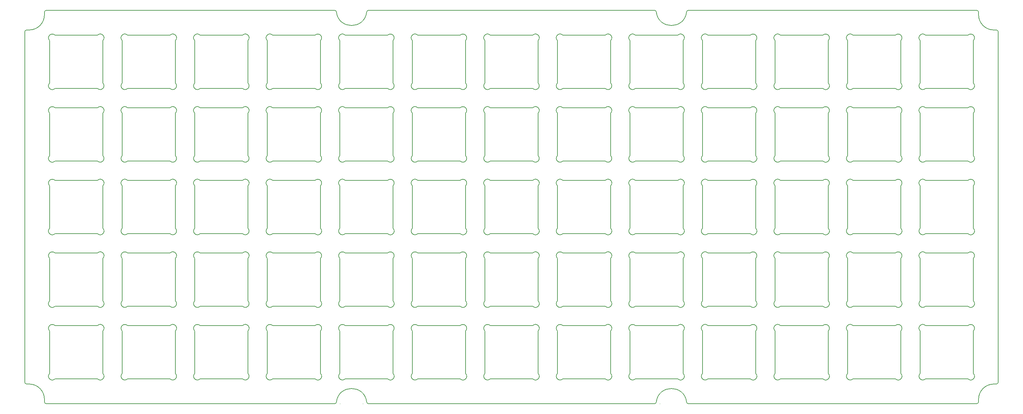
<source format=gbr>
%TF.GenerationSoftware,KiCad,Pcbnew,5.1.9+dfsg1-1*%
%TF.CreationDate,2021-12-19T01:05:17+01:00*%
%TF.ProjectId,okey65-top-plate,6f6b6579-3635-42d7-946f-702d706c6174,rev?*%
%TF.SameCoordinates,Original*%
%TF.FileFunction,Profile,NP*%
%FSLAX46Y46*%
G04 Gerber Fmt 4.6, Leading zero omitted, Abs format (unit mm)*
G04 Created by KiCad (PCBNEW 5.1.9+dfsg1-1) date 2021-12-19 01:05:17*
%MOMM*%
%LPD*%
G01*
G04 APERTURE LIST*
%TA.AperFunction,Profile*%
%ADD10C,0.200000*%
%TD*%
G04 APERTURE END LIST*
D10*
X236431893Y-134560679D02*
G75*
G02*
X235017679Y-135974893I-707107J-707107D01*
G01*
X122131893Y-104339107D02*
X122131893Y-115510679D01*
X108131893Y-134560679D02*
X108131893Y-123389106D01*
X127181893Y-85289107D02*
G75*
G02*
X128596107Y-83874893I707107J707107D01*
G01*
X90496107Y-155024893D02*
X101667680Y-155024893D01*
X127181893Y-123389105D02*
G75*
G02*
X128596107Y-121974893I707107J707106D01*
G01*
X185746106Y-83874893D02*
X196917679Y-83874893D01*
X44517680Y-64824893D02*
X33346107Y-64824893D01*
X44517681Y-64824893D02*
G75*
G02*
X45931893Y-66239107I707106J-707107D01*
G01*
X64981894Y-134560679D02*
G75*
G02*
X63567680Y-135974893I-707107J-707107D01*
G01*
X236431893Y-115510679D02*
G75*
G02*
X235017679Y-116924893I-707107J-707107D01*
G01*
X217381893Y-85289107D02*
X217381893Y-96460680D01*
X33346107Y-116924893D02*
G75*
G02*
X31931893Y-115510679I-707107J707107D01*
G01*
X160231893Y-134560679D02*
G75*
G02*
X158817679Y-135974893I-707107J-707107D01*
G01*
X255481893Y-85289107D02*
X255481893Y-96460680D01*
X255481893Y-96460681D02*
G75*
G02*
X254067679Y-97874893I-707107J-707106D01*
G01*
X158817679Y-135974893D02*
X147646107Y-135974893D01*
X222431892Y-123389106D02*
G75*
G02*
X223846106Y-121974892I707107J707107D01*
G01*
X215967679Y-141024893D02*
X204796106Y-141024893D01*
X141181893Y-134560679D02*
X141181893Y-123389106D01*
X127181893Y-123389106D02*
X127181893Y-134560679D01*
X84031893Y-123389106D02*
X84031893Y-134560679D01*
X274531893Y-153610679D02*
X274531893Y-142439106D01*
X50981893Y-85289107D02*
G75*
G02*
X52396107Y-83874893I707107J707107D01*
G01*
X203381893Y-66239107D02*
X203381893Y-77410680D01*
X203381892Y-66239107D02*
G75*
G02*
X204796106Y-64824893I707107J707107D01*
G01*
X127181893Y-115510679D02*
X127181893Y-104339107D01*
X241481893Y-134560679D02*
X241481893Y-123389106D01*
X71446107Y-155024893D02*
G75*
G02*
X70031893Y-153610679I-707107J707107D01*
G01*
X128596107Y-155024893D02*
G75*
G02*
X127181893Y-153610679I-707107J707107D01*
G01*
X165281892Y-123389105D02*
G75*
G02*
X166696106Y-121974893I707107J707106D01*
G01*
X31931893Y-96460680D02*
X31931893Y-85289107D01*
X109546107Y-78824893D02*
X120717680Y-78824893D01*
X90496107Y-78824894D02*
G75*
G02*
X89081893Y-77410680I-707107J707107D01*
G01*
X235017679Y-97874893D02*
X223846106Y-97874893D01*
X235017679Y-141024892D02*
G75*
G02*
X236431893Y-142439106I707107J-707107D01*
G01*
X260531893Y-66239107D02*
X260531893Y-77410680D01*
X260531892Y-66239107D02*
G75*
G02*
X261946106Y-64824893I707107J707107D01*
G01*
X31931893Y-142439106D02*
X31931893Y-153610679D01*
X242896106Y-78824893D02*
X254067679Y-78824893D01*
X223846105Y-78824894D02*
G75*
G02*
X222431893Y-77410680I-707106J707107D01*
G01*
X184331892Y-104339107D02*
G75*
G02*
X185746106Y-102924893I707107J707107D01*
G01*
X255481893Y-134560679D02*
G75*
G02*
X254067679Y-135974893I-707107J-707107D01*
G01*
X273117679Y-121974892D02*
G75*
G02*
X274531893Y-123389106I707107J-707107D01*
G01*
X165281893Y-85289107D02*
X165281893Y-96460680D01*
X215967679Y-102924893D02*
G75*
G02*
X217381893Y-104339107I707107J-707107D01*
G01*
X254067679Y-102924893D02*
G75*
G02*
X255481893Y-104339107I707107J-707107D01*
G01*
X196917679Y-116924893D02*
X185746106Y-116924893D01*
X204796106Y-78824893D02*
X215967679Y-78824893D01*
X185746105Y-78824894D02*
G75*
G02*
X184331893Y-77410680I-707106J707107D01*
G01*
X101667680Y-135974893D02*
X90496107Y-135974893D01*
X222431893Y-142439106D02*
X222431893Y-153610679D01*
X31931893Y-66239107D02*
X31931893Y-77410680D01*
X31931893Y-66239107D02*
G75*
G02*
X33346107Y-64824893I707107J707107D01*
G01*
X160231893Y-142439106D02*
X160231893Y-153610679D01*
X158817679Y-78824893D02*
X147646107Y-78824893D01*
X139767681Y-64824893D02*
G75*
G02*
X141181893Y-66239107I707106J-707107D01*
G01*
X255481893Y-77410680D02*
X255481893Y-66239107D01*
X255481893Y-77410681D02*
G75*
G02*
X254067679Y-78824893I-707107J-707106D01*
G01*
X139767681Y-83874893D02*
G75*
G02*
X141181893Y-85289107I707106J-707107D01*
G01*
X64981893Y-85289107D02*
X64981893Y-96460680D01*
X147646107Y-83874893D02*
X158817679Y-83874893D01*
X166696106Y-97874893D02*
X177867679Y-97874893D01*
X82617681Y-141024892D02*
G75*
G02*
X84031893Y-142439106I707106J-707107D01*
G01*
X44517681Y-102924893D02*
G75*
G02*
X45931893Y-104339107I707106J-707107D01*
G01*
X204796106Y-121974893D02*
X215967679Y-121974893D01*
X185746105Y-97874894D02*
G75*
G02*
X184331893Y-96460680I-707106J707107D01*
G01*
X71446107Y-116924893D02*
G75*
G02*
X70031893Y-115510679I-707107J707107D01*
G01*
X106759759Y-58299893D02*
G75*
G02*
X107256662Y-58744338I-1J-500000D01*
G01*
X31078466Y-58299893D02*
X106759758Y-58299893D01*
X191256661Y-161105449D02*
G75*
G02*
X190759757Y-161549893I-496904J55556D01*
G01*
X191256660Y-161105449D02*
G75*
G02*
X199207124Y-161105448I3975232J-444444D01*
G01*
X50981893Y-123389105D02*
G75*
G02*
X52396107Y-121974893I707107J707106D01*
G01*
X33346107Y-121974893D02*
X44517680Y-121974893D01*
X177867679Y-102924893D02*
G75*
G02*
X179281893Y-104339107I707107J-707107D01*
G01*
X52396107Y-78824893D02*
X63567680Y-78824893D01*
X33346107Y-78824894D02*
G75*
G02*
X31931893Y-77410680I-707107J707107D01*
G01*
X166696106Y-141024893D02*
X177867679Y-141024893D01*
X236431893Y-153610679D02*
G75*
G02*
X235017679Y-155024893I-707107J-707107D01*
G01*
X101667680Y-102924893D02*
X90496107Y-102924893D01*
X166696106Y-64824893D02*
X177867679Y-64824893D01*
X166696105Y-78824894D02*
G75*
G02*
X165281893Y-77410680I-707106J707107D01*
G01*
X223846105Y-116924893D02*
G75*
G02*
X222431893Y-115510679I-707106J707107D01*
G01*
X127181893Y-85289107D02*
X127181893Y-96460680D01*
X166696106Y-102924893D02*
X177867679Y-102924893D01*
X165281893Y-153610679D02*
X165281893Y-142439106D01*
X122131894Y-134560679D02*
G75*
G02*
X120717680Y-135974893I-707107J-707107D01*
G01*
X235017679Y-102924893D02*
X223846106Y-102924893D01*
X217381893Y-153610679D02*
G75*
G02*
X215967679Y-155024893I-707107J-707107D01*
G01*
X71446107Y-116924893D02*
X82617680Y-116924893D01*
X103081894Y-96460681D02*
G75*
G02*
X101667680Y-97874893I-707107J-707106D01*
G01*
X33346107Y-135974893D02*
G75*
G02*
X31931893Y-134560679I-707107J707107D01*
G01*
X33346107Y-116924893D02*
X44517680Y-116924893D01*
X122131893Y-77410680D02*
X122131893Y-66239107D01*
X122131894Y-77410681D02*
G75*
G02*
X120717680Y-78824893I-707107J-707106D01*
G01*
X108131893Y-96460680D02*
X108131893Y-85289107D01*
X203381893Y-104339107D02*
X203381893Y-115510679D01*
X260531892Y-142439105D02*
G75*
G02*
X261946106Y-141024893I707107J707106D01*
G01*
X242896106Y-83874893D02*
X254067679Y-83874893D01*
X242896105Y-97874894D02*
G75*
G02*
X241481893Y-96460680I-707106J707107D01*
G01*
X84031894Y-96460680D02*
G75*
G02*
X82617680Y-97874894I-707107J-707107D01*
G01*
X128596107Y-135974893D02*
X139767680Y-135974893D01*
X215967679Y-97874893D02*
X204796106Y-97874893D01*
X103081893Y-123389106D02*
X103081893Y-134560679D01*
X63567680Y-141024893D02*
X52396107Y-141024893D01*
X128596107Y-116924893D02*
G75*
G02*
X127181893Y-115510679I-707107J707107D01*
G01*
X273117679Y-102924893D02*
G75*
G02*
X274531893Y-104339107I707107J-707107D01*
G01*
X33346107Y-78824893D02*
X44517680Y-78824893D01*
X273117679Y-83874893D02*
G75*
G02*
X274531893Y-85289107I707107J-707107D01*
G01*
X241481892Y-142439105D02*
G75*
G02*
X242896106Y-141024893I707107J707106D01*
G01*
X31078466Y-161549893D02*
G75*
G02*
X30578466Y-161049893I0J500000D01*
G01*
X106759758Y-161549893D02*
X31078466Y-161549893D01*
X127181893Y-104339107D02*
G75*
G02*
X128596107Y-102924893I707107J707107D01*
G01*
X52396107Y-135974893D02*
G75*
G02*
X50981893Y-134560679I-707107J707107D01*
G01*
X31931893Y-134560679D02*
X31931893Y-123389106D01*
X122131894Y-153610679D02*
G75*
G02*
X120717680Y-155024893I-707107J-707107D01*
G01*
X45931894Y-134560679D02*
G75*
G02*
X44517680Y-135974893I-707107J-707107D01*
G01*
X71446107Y-155024893D02*
X82617680Y-155024893D01*
X179281893Y-96460681D02*
G75*
G02*
X177867679Y-97874893I-707107J-707106D01*
G01*
X90496107Y-83874893D02*
X101667680Y-83874893D01*
X108131893Y-85289107D02*
G75*
G02*
X109546107Y-83874893I707107J707107D01*
G01*
X70031893Y-96460680D02*
X70031893Y-85289107D01*
X45931894Y-96460681D02*
G75*
G02*
X44517680Y-97874893I-707107J-707106D01*
G01*
X64981893Y-115510679D02*
X64981893Y-104339107D01*
X146231893Y-77410680D02*
X146231893Y-66239107D01*
X146231893Y-66239107D02*
G75*
G02*
X147646107Y-64824893I707107J707107D01*
G01*
X236431893Y-123389106D02*
X236431893Y-134560679D01*
X215967679Y-121974892D02*
G75*
G02*
X217381893Y-123389106I707107J-707107D01*
G01*
X204796105Y-155024893D02*
G75*
G02*
X203381893Y-153610679I-707106J707107D01*
G01*
X101667681Y-102924893D02*
G75*
G02*
X103081893Y-104339107I707106J-707107D01*
G01*
X101667680Y-64824893D02*
X90496107Y-64824893D01*
X101667681Y-64824893D02*
G75*
G02*
X103081893Y-66239107I707106J-707107D01*
G01*
X44517680Y-135974893D02*
X33346107Y-135974893D01*
X273117679Y-64824893D02*
X261946106Y-64824893D01*
X273117679Y-64824893D02*
G75*
G02*
X274531893Y-66239107I707107J-707107D01*
G01*
X198331893Y-153610679D02*
X198331893Y-142439106D01*
X260531893Y-104339107D02*
X260531893Y-115510679D01*
X44517680Y-97874893D02*
X33346107Y-97874893D01*
X275385320Y-58299893D02*
G75*
G02*
X275885320Y-58799893I0J-500000D01*
G01*
X199704028Y-58299893D02*
X275385320Y-58299893D01*
X196917679Y-135974893D02*
X185746106Y-135974893D01*
X215967679Y-141024892D02*
G75*
G02*
X217381893Y-142439106I707107J-707107D01*
G01*
X241481893Y-66239107D02*
X241481893Y-77410680D01*
X241481892Y-66239107D02*
G75*
G02*
X242896106Y-64824893I707107J707107D01*
G01*
X139767680Y-155024893D02*
X128596107Y-155024893D01*
X147646107Y-64824893D02*
X158817679Y-64824893D01*
X147646107Y-78824894D02*
G75*
G02*
X146231893Y-77410680I-707107J707107D01*
G01*
X166696105Y-97874894D02*
G75*
G02*
X165281893Y-96460680I-707106J707107D01*
G01*
X33346107Y-155024893D02*
X44517680Y-155024893D01*
X273117679Y-135974893D02*
X261946106Y-135974893D01*
X198331893Y-85289107D02*
X198331893Y-96460680D01*
X185746105Y-116924893D02*
G75*
G02*
X184331893Y-115510679I-707106J707107D01*
G01*
X146231893Y-142439105D02*
G75*
G02*
X147646107Y-141024893I707107J707106D01*
G01*
X146231893Y-85289107D02*
G75*
G02*
X147646107Y-83874893I707107J707107D01*
G01*
X103081893Y-85289107D02*
X103081893Y-96460680D01*
X63567681Y-121974892D02*
G75*
G02*
X64981893Y-123389106I707106J-707107D01*
G01*
X70031893Y-142439106D02*
X70031893Y-153610679D01*
X165281892Y-142439105D02*
G75*
G02*
X166696106Y-141024893I707107J707106D01*
G01*
X185746106Y-155024893D02*
X196917679Y-155024893D01*
X166696105Y-135974893D02*
G75*
G02*
X165281893Y-134560679I-707106J707107D01*
G01*
X71446107Y-78824893D02*
X82617680Y-78824893D01*
X52396107Y-78824894D02*
G75*
G02*
X50981893Y-77410680I-707107J707107D01*
G01*
X63567680Y-102924893D02*
X52396107Y-102924893D01*
X177867679Y-78824893D02*
X166696106Y-78824893D01*
X158817679Y-64824893D02*
G75*
G02*
X160231893Y-66239107I707107J-707107D01*
G01*
X128596107Y-135974893D02*
G75*
G02*
X127181893Y-134560679I-707107J707107D01*
G01*
X89081893Y-104339107D02*
G75*
G02*
X90496107Y-102924893I707107J707107D01*
G01*
X25406893Y-63971466D02*
G75*
G02*
X25906893Y-63471466I500000J0D01*
G01*
X25406893Y-155878320D02*
X25406893Y-63971466D01*
X128596107Y-97874893D02*
X139767680Y-97874893D01*
X223846106Y-83874893D02*
X235017679Y-83874893D01*
X223846105Y-97874894D02*
G75*
G02*
X222431893Y-96460680I-707106J707107D01*
G01*
X128596107Y-64824893D02*
X139767680Y-64824893D01*
X128596107Y-78824894D02*
G75*
G02*
X127181893Y-77410680I-707107J707107D01*
G01*
X52396107Y-155024893D02*
X63567680Y-155024893D01*
X52396107Y-83874893D02*
X63567680Y-83874893D01*
X166696106Y-135974893D02*
X177867679Y-135974893D01*
X198331893Y-134560679D02*
G75*
G02*
X196917679Y-135974893I-707107J-707107D01*
G01*
X223846106Y-121974893D02*
X235017679Y-121974893D01*
X71446107Y-97874894D02*
G75*
G02*
X70031893Y-96460680I-707107J707107D01*
G01*
X185746105Y-135974893D02*
G75*
G02*
X184331893Y-134560679I-707106J707107D01*
G01*
X127181893Y-153610679D02*
X127181893Y-142439106D01*
X160231893Y-96460681D02*
G75*
G02*
X158817679Y-97874893I-707107J-707106D01*
G01*
X82617681Y-83874893D02*
G75*
G02*
X84031893Y-85289107I707106J-707107D01*
G01*
X45931893Y-77410680D02*
X45931893Y-66239107D01*
X45931894Y-77410681D02*
G75*
G02*
X44517680Y-78824893I-707107J-707106D01*
G01*
X275885320Y-161049893D02*
G75*
G02*
X275385320Y-161549893I-500000J0D01*
G01*
X275885320Y-160378320D02*
X275885320Y-161049893D01*
X108131893Y-123389105D02*
G75*
G02*
X109546107Y-121974893I707107J707106D01*
G01*
X89081893Y-142439105D02*
G75*
G02*
X90496107Y-141024893I707107J707106D01*
G01*
X90496107Y-135974893D02*
G75*
G02*
X89081893Y-134560679I-707107J707107D01*
G01*
X160231893Y-115510679D02*
G75*
G02*
X158817679Y-116924893I-707107J-707107D01*
G01*
X30578466Y-59471466D02*
G75*
G02*
X26578466Y-63471466I-4000000J0D01*
G01*
X25906893Y-63471466D02*
X26578466Y-63471466D01*
X70031893Y-85289107D02*
G75*
G02*
X71446107Y-83874893I707107J707107D01*
G01*
X242896106Y-155024893D02*
X254067679Y-155024893D01*
X146231893Y-115510679D02*
X146231893Y-104339107D01*
X158817679Y-116924893D02*
X147646107Y-116924893D01*
X184331892Y-123389105D02*
G75*
G02*
X185746106Y-121974893I707107J707106D01*
G01*
X179281893Y-134560679D02*
X179281893Y-123389106D01*
X184331893Y-115510679D02*
X184331893Y-104339107D01*
X82617680Y-97874893D02*
X71446107Y-97874893D01*
X122131893Y-123389106D02*
X122131893Y-134560679D01*
X235017679Y-121974892D02*
G75*
G02*
X236431893Y-123389106I707107J-707107D01*
G01*
X90496107Y-155024893D02*
G75*
G02*
X89081893Y-153610679I-707107J707107D01*
G01*
X274531893Y-85289107D02*
X274531893Y-96460680D01*
X274531893Y-96460680D02*
G75*
G02*
X273117679Y-97874894I-707107J-707107D01*
G01*
X222431892Y-142439105D02*
G75*
G02*
X223846106Y-141024893I707107J707106D01*
G01*
X236431893Y-85289107D02*
X236431893Y-96460680D01*
X236431893Y-96460681D02*
G75*
G02*
X235017679Y-97874893I-707107J-707106D01*
G01*
X192231892Y-161549893D02*
X192231892Y-161549893D01*
X115207124Y-58744337D02*
G75*
G02*
X107256662Y-58744338I-3975231J444444D01*
G01*
X139767680Y-116924893D02*
X128596107Y-116924893D01*
X63567681Y-102924893D02*
G75*
G02*
X64981893Y-104339107I707106J-707107D01*
G01*
X235017679Y-141024893D02*
X223846106Y-141024893D01*
X147646107Y-141024893D02*
X158817679Y-141024893D01*
X103081894Y-153610679D02*
G75*
G02*
X101667680Y-155024893I-707107J-707107D01*
G01*
X198331893Y-77410680D02*
X198331893Y-66239107D01*
X198331893Y-77410681D02*
G75*
G02*
X196917679Y-78824893I-707107J-707106D01*
G01*
X184331893Y-66239107D02*
X184331893Y-77410680D01*
X184331892Y-66239107D02*
G75*
G02*
X185746106Y-64824893I707107J707107D01*
G01*
X139767681Y-121974892D02*
G75*
G02*
X141181893Y-123389106I707106J-707107D01*
G01*
X274531893Y-134560679D02*
G75*
G02*
X273117679Y-135974893I-707107J-707107D01*
G01*
X89081893Y-66239107D02*
X89081893Y-77410680D01*
X89081893Y-66239107D02*
G75*
G02*
X90496107Y-64824893I707107J707107D01*
G01*
X260531893Y-96460680D02*
X260531893Y-85289107D01*
X260531892Y-85289107D02*
G75*
G02*
X261946106Y-83874893I707107J707107D01*
G01*
X179281893Y-104339107D02*
X179281893Y-115510679D01*
X109546107Y-116924893D02*
G75*
G02*
X108131893Y-115510679I-707107J707107D01*
G01*
X198331893Y-153610679D02*
G75*
G02*
X196917679Y-155024893I-707107J-707107D01*
G01*
X141181893Y-66239107D02*
X141181893Y-77410680D01*
X141181894Y-77410681D02*
G75*
G02*
X139767680Y-78824893I-707107J-707106D01*
G01*
X274531893Y-115510679D02*
G75*
G02*
X273117679Y-116924893I-707107J-707107D01*
G01*
X261946106Y-83874893D02*
X273117679Y-83874893D01*
X261946105Y-97874894D02*
G75*
G02*
X260531893Y-96460680I-707106J707107D01*
G01*
X255481893Y-115510679D02*
X255481893Y-104339107D01*
X254067679Y-141024893D02*
X242896106Y-141024893D01*
X204796105Y-97874894D02*
G75*
G02*
X203381893Y-96460680I-707106J707107D01*
G01*
X242896106Y-116924893D02*
X254067679Y-116924893D01*
X50981893Y-134560679D02*
X50981893Y-123389106D01*
X120717681Y-83874893D02*
G75*
G02*
X122131893Y-85289107I707106J-707107D01*
G01*
X242896105Y-155024893D02*
G75*
G02*
X241481893Y-153610679I-707106J707107D01*
G01*
X165281892Y-85289107D02*
G75*
G02*
X166696106Y-83874893I707107J707107D01*
G01*
X64981894Y-153610679D02*
G75*
G02*
X63567680Y-155024893I-707107J-707107D01*
G01*
X84031893Y-85289107D02*
X84031893Y-96460680D01*
X184331893Y-96460680D02*
X184331893Y-85289107D01*
X52396107Y-97874894D02*
G75*
G02*
X50981893Y-96460680I-707107J707107D01*
G01*
X70031893Y-104339107D02*
X70031893Y-115510679D01*
X273117679Y-141024892D02*
G75*
G02*
X274531893Y-142439106I707107J-707107D01*
G01*
X260531892Y-123389105D02*
G75*
G02*
X261946106Y-121974893I707107J707106D01*
G01*
X185746106Y-78824893D02*
X196917679Y-78824893D01*
X177867679Y-64824893D02*
G75*
G02*
X179281893Y-66239107I707107J-707107D01*
G01*
X120717680Y-97874893D02*
X109546107Y-97874893D01*
X222431893Y-104339107D02*
X222431893Y-115510679D01*
X70031893Y-134560679D02*
X70031893Y-123389106D01*
X89081893Y-142439106D02*
X89081893Y-153610679D01*
X274531893Y-153610679D02*
G75*
G02*
X273117679Y-155024893I-707107J-707107D01*
G01*
X108131893Y-104339107D02*
G75*
G02*
X109546107Y-102924893I707107J707107D01*
G01*
X165281893Y-123389106D02*
X165281893Y-134560679D01*
X89081893Y-123389105D02*
G75*
G02*
X90496107Y-121974893I707107J707106D01*
G01*
X198331893Y-104339107D02*
X198331893Y-115510679D01*
X242896105Y-135974893D02*
G75*
G02*
X241481893Y-134560679I-707106J707107D01*
G01*
X255481893Y-123389106D02*
X255481893Y-134560679D01*
X115207125Y-58744337D02*
G75*
G02*
X115704029Y-58299893I496904J-55556D01*
G01*
X261946105Y-78824894D02*
G75*
G02*
X260531893Y-77410680I-707106J707107D01*
G01*
X120717681Y-102924893D02*
G75*
G02*
X122131893Y-104339107I707106J-707107D01*
G01*
X223846105Y-135974893D02*
G75*
G02*
X222431893Y-134560679I-707106J707107D01*
G01*
X179281893Y-134560679D02*
G75*
G02*
X177867679Y-135974893I-707107J-707107D01*
G01*
X147646107Y-121974893D02*
X158817679Y-121974893D01*
X101667681Y-121974892D02*
G75*
G02*
X103081893Y-123389106I707106J-707107D01*
G01*
X120717680Y-141024893D02*
X109546107Y-141024893D01*
X279885320Y-63471466D02*
G75*
G02*
X275885320Y-59471466I0J4000000D01*
G01*
X275885320Y-58799893D02*
X275885320Y-59471466D01*
X71446107Y-83874893D02*
X82617680Y-83874893D01*
X217381893Y-77410680D02*
X217381893Y-66239107D01*
X217381893Y-77410681D02*
G75*
G02*
X215967679Y-78824893I-707107J-707106D01*
G01*
X141181893Y-142439106D02*
X141181893Y-153610679D01*
X128596107Y-141024893D02*
X139767680Y-141024893D01*
X90496107Y-116924893D02*
G75*
G02*
X89081893Y-115510679I-707107J707107D01*
G01*
X82617680Y-64824893D02*
X71446107Y-64824893D01*
X82617681Y-64824893D02*
G75*
G02*
X84031893Y-66239107I707106J-707107D01*
G01*
X179281893Y-153610679D02*
G75*
G02*
X177867679Y-155024893I-707107J-707107D01*
G01*
X179281893Y-142439106D02*
X179281893Y-153610679D01*
X52396107Y-121974893D02*
X63567680Y-121974893D01*
X120717680Y-116924893D02*
X109546107Y-116924893D01*
X82617680Y-135974893D02*
X71446107Y-135974893D01*
X52396107Y-155024893D02*
G75*
G02*
X50981893Y-153610679I-707107J707107D01*
G01*
X89081893Y-104339107D02*
X89081893Y-115510679D01*
X199207124Y-58744337D02*
G75*
G02*
X199704028Y-58299893I496904J-55556D01*
G01*
X199207123Y-58744337D02*
G75*
G02*
X191256661Y-58744338I-3975231J444444D01*
G01*
X31931893Y-104339107D02*
G75*
G02*
X33346107Y-102924893I707107J707107D01*
G01*
X101667680Y-141024893D02*
X90496107Y-141024893D01*
X274531893Y-77410680D02*
X274531893Y-66239107D01*
X274531893Y-77410681D02*
G75*
G02*
X273117679Y-78824893I-707107J-707106D01*
G01*
X254067679Y-102924893D02*
X242896106Y-102924893D01*
X273117679Y-102924893D02*
X261946106Y-102924893D01*
X203381893Y-142439106D02*
X203381893Y-153610679D01*
X84031893Y-153610679D02*
X84031893Y-142439106D01*
X236431893Y-153610679D02*
X236431893Y-142439106D01*
X261946106Y-121974893D02*
X273117679Y-121974893D01*
X147646107Y-135974893D02*
G75*
G02*
X146231893Y-134560679I-707107J707107D01*
G01*
X241481893Y-142439106D02*
X241481893Y-153610679D01*
X222431893Y-66239107D02*
X222431893Y-77410680D01*
X222431892Y-66239107D02*
G75*
G02*
X223846106Y-64824893I707107J707107D01*
G01*
X273117679Y-141024893D02*
X261946106Y-141024893D01*
X33346107Y-155024893D02*
G75*
G02*
X31931893Y-153610679I-707107J707107D01*
G01*
X223846106Y-78824893D02*
X235017679Y-78824893D01*
X204796105Y-78824894D02*
G75*
G02*
X203381893Y-77410680I-707106J707107D01*
G01*
X141181894Y-115510679D02*
G75*
G02*
X139767680Y-116924893I-707107J-707107D01*
G01*
X166696105Y-116924893D02*
G75*
G02*
X165281893Y-115510679I-707106J707107D01*
G01*
X45931894Y-153610679D02*
G75*
G02*
X44517680Y-155024893I-707107J-707107D01*
G01*
X90496107Y-116924893D02*
X101667680Y-116924893D01*
X63567680Y-64824893D02*
X52396107Y-64824893D01*
X63567681Y-64824893D02*
G75*
G02*
X64981893Y-66239107I707106J-707107D01*
G01*
X122131893Y-153610679D02*
X122131893Y-142439106D01*
X90496107Y-78824893D02*
X101667680Y-78824893D01*
X71446107Y-78824894D02*
G75*
G02*
X70031893Y-77410680I-707107J707107D01*
G01*
X63567680Y-97874893D02*
X52396107Y-97874893D01*
X70031893Y-142439105D02*
G75*
G02*
X71446107Y-141024893I707107J707106D01*
G01*
X158817679Y-141024892D02*
G75*
G02*
X160231893Y-142439106I707107J-707107D01*
G01*
X177867679Y-83874893D02*
X166696106Y-83874893D01*
X261946106Y-155024893D02*
X273117679Y-155024893D01*
X203381892Y-142439105D02*
G75*
G02*
X204796106Y-141024893I707107J707106D01*
G01*
X198331893Y-115510679D02*
G75*
G02*
X196917679Y-116924893I-707107J-707107D01*
G01*
X184331892Y-85289107D02*
G75*
G02*
X185746106Y-83874893I707107J707107D01*
G01*
X120717681Y-121974892D02*
G75*
G02*
X122131893Y-123389106I707106J-707107D01*
G01*
X44517681Y-83874893D02*
G75*
G02*
X45931893Y-85289107I707106J-707107D01*
G01*
X196917679Y-121974892D02*
G75*
G02*
X198331893Y-123389106I707107J-707107D01*
G01*
X222431892Y-104339107D02*
G75*
G02*
X223846106Y-102924893I707107J707107D01*
G01*
X215967679Y-102924893D02*
X204796106Y-102924893D01*
X82617681Y-102924893D02*
G75*
G02*
X84031893Y-104339107I707106J-707107D01*
G01*
X260531892Y-104339107D02*
G75*
G02*
X261946106Y-102924893I707107J707107D01*
G01*
X160231893Y-153610679D02*
G75*
G02*
X158817679Y-155024893I-707107J-707107D01*
G01*
X160231893Y-85289107D02*
X160231893Y-96460680D01*
X165281893Y-77410680D02*
X165281893Y-66239107D01*
X165281892Y-66239107D02*
G75*
G02*
X166696106Y-64824893I707107J707107D01*
G01*
X64981894Y-115510679D02*
G75*
G02*
X63567680Y-116924893I-707107J-707107D01*
G01*
X122131894Y-96460681D02*
G75*
G02*
X120717680Y-97874893I-707107J-707106D01*
G01*
X235017679Y-102924893D02*
G75*
G02*
X236431893Y-104339107I707107J-707107D01*
G01*
X26578466Y-156378320D02*
G75*
G02*
X30578466Y-160378320I0J-4000000D01*
G01*
X30578466Y-161049893D02*
X30578466Y-160378320D01*
X217381893Y-134560679D02*
G75*
G02*
X215967679Y-135974893I-707107J-707107D01*
G01*
X215967679Y-83874893D02*
G75*
G02*
X217381893Y-85289107I707107J-707107D01*
G01*
X127181893Y-77410680D02*
X127181893Y-66239107D01*
X127181893Y-66239107D02*
G75*
G02*
X128596107Y-64824893I707107J707107D01*
G01*
X179281893Y-115510679D02*
G75*
G02*
X177867679Y-116924893I-707107J-707107D01*
G01*
X141181893Y-96460680D02*
X141181893Y-85289107D01*
X217381893Y-115510679D02*
X217381893Y-104339107D01*
X120717681Y-141024892D02*
G75*
G02*
X122131893Y-142439106I707106J-707107D01*
G01*
X139767681Y-102924893D02*
G75*
G02*
X141181893Y-104339107I707106J-707107D01*
G01*
X114231893Y-161549893D02*
X114231893Y-161549893D01*
X108231893Y-161549893D02*
X108231893Y-161549893D01*
X199704027Y-161549893D02*
G75*
G02*
X199207124Y-161105448I1J500000D01*
G01*
X275385320Y-161549893D02*
X199704028Y-161549893D01*
X89081893Y-134560679D02*
X89081893Y-123389106D01*
X273117679Y-97874893D02*
X261946106Y-97874893D01*
X254067679Y-83874893D02*
G75*
G02*
X255481893Y-85289107I707107J-707107D01*
G01*
X196917679Y-141024892D02*
G75*
G02*
X198331893Y-142439106I707107J-707107D01*
G01*
X222431893Y-96460680D02*
X222431893Y-85289107D01*
X222431892Y-85289107D02*
G75*
G02*
X223846106Y-83874893I707107J707107D01*
G01*
X204796106Y-83874893D02*
X215967679Y-83874893D01*
X31931893Y-85289107D02*
G75*
G02*
X33346107Y-83874893I707107J707107D01*
G01*
X50981893Y-142439105D02*
G75*
G02*
X52396107Y-141024893I707107J707106D01*
G01*
X109546107Y-97874894D02*
G75*
G02*
X108131893Y-96460680I-707107J707107D01*
G01*
X89081893Y-96460680D02*
X89081893Y-85289107D01*
X103081894Y-115510679D02*
G75*
G02*
X101667680Y-116924893I-707107J-707107D01*
G01*
X52396107Y-116924893D02*
X63567680Y-116924893D01*
X107256662Y-161105449D02*
G75*
G02*
X106759758Y-161549893I-496904J55556D01*
G01*
X107256661Y-161105449D02*
G75*
G02*
X115207125Y-161105448I3975232J-444444D01*
G01*
X44517681Y-141024892D02*
G75*
G02*
X45931893Y-142439106I707106J-707107D01*
G01*
X242896105Y-116924893D02*
G75*
G02*
X241481893Y-115510679I-707106J707107D01*
G01*
X236431893Y-115510679D02*
X236431893Y-104339107D01*
X203381892Y-85289107D02*
G75*
G02*
X204796106Y-83874893I707107J707107D01*
G01*
X147646107Y-155024893D02*
G75*
G02*
X146231893Y-153610679I-707107J707107D01*
G01*
X146231893Y-96460680D02*
X146231893Y-85289107D01*
X160231893Y-123389106D02*
X160231893Y-134560679D01*
X190759758Y-58299893D02*
G75*
G02*
X191256661Y-58744338I-1J-500000D01*
G01*
X115704029Y-58299893D02*
X190759757Y-58299893D01*
X254067679Y-64824893D02*
X242896106Y-64824893D01*
X254067679Y-64824893D02*
G75*
G02*
X255481893Y-66239107I707107J-707107D01*
G01*
X254067679Y-121974892D02*
G75*
G02*
X255481893Y-123389106I707107J-707107D01*
G01*
X103081893Y-77410680D02*
X103081893Y-66239107D01*
X103081894Y-77410681D02*
G75*
G02*
X101667680Y-78824893I-707107J-707106D01*
G01*
X30578466Y-58799893D02*
G75*
G02*
X31078466Y-58299893I500000J0D01*
G01*
X30578466Y-59471466D02*
X30578466Y-58799893D01*
X64981893Y-77410680D02*
X64981893Y-66239107D01*
X64981894Y-77410681D02*
G75*
G02*
X63567680Y-78824893I-707107J-707106D01*
G01*
X115704028Y-161549893D02*
G75*
G02*
X115207125Y-161105448I1J500000D01*
G01*
X190759757Y-161549893D02*
X115704029Y-161549893D01*
X31931893Y-104339107D02*
X31931893Y-115510679D01*
X82617680Y-141024893D02*
X71446107Y-141024893D01*
X103081893Y-153610679D02*
X103081893Y-142439106D01*
X165281893Y-115510679D02*
X165281893Y-104339107D01*
X50981893Y-96460680D02*
X50981893Y-85289107D01*
X222431893Y-134560679D02*
X222431893Y-123389106D01*
X166696105Y-155024893D02*
G75*
G02*
X165281893Y-153610679I-707106J707107D01*
G01*
X274531893Y-115510679D02*
X274531893Y-104339107D01*
X63567681Y-83874893D02*
G75*
G02*
X64981893Y-85289107I707106J-707107D01*
G01*
X215967679Y-64824893D02*
X204796106Y-64824893D01*
X215967679Y-64824893D02*
G75*
G02*
X217381893Y-66239107I707107J-707107D01*
G01*
X108131893Y-115510679D02*
X108131893Y-104339107D01*
X146231893Y-134560679D02*
X146231893Y-123389106D01*
X63567680Y-135974893D02*
X52396107Y-135974893D01*
X196917679Y-97874893D02*
X185746106Y-97874893D01*
X261946106Y-116924893D02*
X273117679Y-116924893D01*
X179281893Y-96460680D02*
X179281893Y-85289107D01*
X254067679Y-97874893D02*
X242896106Y-97874893D01*
X235017679Y-83874893D02*
G75*
G02*
X236431893Y-85289107I707107J-707107D01*
G01*
X109546107Y-121974893D02*
X120717680Y-121974893D01*
X44517680Y-141024893D02*
X33346107Y-141024893D01*
X45931893Y-115510679D02*
X45931893Y-104339107D01*
X261946106Y-78824893D02*
X273117679Y-78824893D01*
X242896105Y-78824894D02*
G75*
G02*
X241481893Y-77410680I-707106J707107D01*
G01*
X33346107Y-83874893D02*
X44517680Y-83874893D01*
X235017679Y-64824893D02*
X223846106Y-64824893D01*
X235017679Y-64824893D02*
G75*
G02*
X236431893Y-66239107I707107J-707107D01*
G01*
X31931893Y-123389106D02*
G75*
G02*
X33346107Y-121974892I707107J707107D01*
G01*
X223846105Y-155024893D02*
G75*
G02*
X222431893Y-153610679I-707106J707107D01*
G01*
X70031893Y-123389105D02*
G75*
G02*
X71446107Y-121974893I707107J707106D01*
G01*
X177867679Y-121974893D02*
X166696106Y-121974893D01*
X64981893Y-123389106D02*
X64981893Y-134560679D01*
X84031894Y-134560679D02*
G75*
G02*
X82617680Y-135974893I-707107J-707107D01*
G01*
X254067679Y-135974893D02*
X242896106Y-135974893D01*
X44517681Y-121974892D02*
G75*
G02*
X45931893Y-123389106I707106J-707107D01*
G01*
X109546107Y-83874893D02*
X120717680Y-83874893D01*
X90496107Y-97874894D02*
G75*
G02*
X89081893Y-96460680I-707107J707107D01*
G01*
X147646107Y-97874894D02*
G75*
G02*
X146231893Y-96460680I-707107J707107D01*
G01*
X45931893Y-153610679D02*
X45931893Y-142439106D01*
X177867679Y-83874893D02*
G75*
G02*
X179281893Y-85289107I707107J-707107D01*
G01*
X203381892Y-123389105D02*
G75*
G02*
X204796106Y-121974893I707107J707106D01*
G01*
X184331893Y-134560679D02*
X184331893Y-123389106D01*
X109546107Y-135974893D02*
G75*
G02*
X108131893Y-134560679I-707107J707107D01*
G01*
X203381893Y-134560679D02*
X203381893Y-123389106D01*
X204796105Y-135974893D02*
G75*
G02*
X203381893Y-134560679I-707106J707107D01*
G01*
X90496107Y-121974893D02*
X101667680Y-121974893D01*
X177867679Y-116924893D02*
X166696106Y-116924893D01*
X84031894Y-153610679D02*
G75*
G02*
X82617680Y-155024893I-707107J-707107D01*
G01*
X158817679Y-83874893D02*
G75*
G02*
X160231893Y-85289107I707107J-707107D01*
G01*
X196917679Y-141024893D02*
X185746106Y-141024893D01*
X139767680Y-78824893D02*
X128596107Y-78824893D01*
X109546107Y-78824894D02*
G75*
G02*
X108131893Y-77410680I-707107J707107D01*
G01*
X141181893Y-104339107D02*
X141181893Y-115510679D01*
X203381893Y-96460680D02*
X203381893Y-85289107D01*
X84031894Y-115510679D02*
G75*
G02*
X82617680Y-116924893I-707107J-707107D01*
G01*
X255481893Y-153610679D02*
G75*
G02*
X254067679Y-155024893I-707107J-707107D01*
G01*
X70031893Y-104339107D02*
G75*
G02*
X71446107Y-102924893I707107J707107D01*
G01*
X50981893Y-104339107D02*
G75*
G02*
X52396107Y-102924893I707107J707107D01*
G01*
X185746106Y-121974893D02*
X196917679Y-121974893D01*
X261946105Y-116924893D02*
G75*
G02*
X260531893Y-115510679I-707106J707107D01*
G01*
X158817679Y-121974892D02*
G75*
G02*
X160231893Y-123389106I707107J-707107D01*
G01*
X198331893Y-123389106D02*
X198331893Y-134560679D01*
X217381893Y-123389106D02*
X217381893Y-134560679D01*
X185746105Y-155024893D02*
G75*
G02*
X184331893Y-153610679I-707106J707107D01*
G01*
X184331892Y-142439105D02*
G75*
G02*
X185746106Y-141024893I707107J707106D01*
G01*
X128596107Y-97874894D02*
G75*
G02*
X127181893Y-96460680I-707107J707107D01*
G01*
X203381892Y-104339107D02*
G75*
G02*
X204796106Y-102924893I707107J707107D01*
G01*
X146231893Y-123389105D02*
G75*
G02*
X147646107Y-121974893I707107J707106D01*
G01*
X109546107Y-155024893D02*
G75*
G02*
X108131893Y-153610679I-707107J707107D01*
G01*
X241481893Y-104339107D02*
X241481893Y-115510679D01*
X45931893Y-123389106D02*
X45931893Y-134560679D01*
X241481892Y-123389106D02*
G75*
G02*
X242896106Y-121974892I707107J707107D01*
G01*
X146231893Y-153610679D02*
X146231893Y-142439106D01*
X64981893Y-153610679D02*
X64981893Y-142439106D01*
X196917679Y-64824893D02*
X185746106Y-64824893D01*
X196917679Y-64824893D02*
G75*
G02*
X198331893Y-66239107I707107J-707107D01*
G01*
X64981894Y-96460680D02*
G75*
G02*
X63567680Y-97874894I-707107J-707107D01*
G01*
X255481893Y-153610679D02*
X255481893Y-142439106D01*
X177867679Y-141024892D02*
G75*
G02*
X179281893Y-142439106I707107J-707107D01*
G01*
X33346107Y-97874894D02*
G75*
G02*
X31931893Y-96460680I-707107J707107D01*
G01*
X274531893Y-123389106D02*
X274531893Y-134560679D01*
X185746106Y-102924893D02*
X196917679Y-102924893D01*
X45931893Y-85289107D02*
X45931893Y-96460680D01*
X198331893Y-96460681D02*
G75*
G02*
X196917679Y-97874893I-707107J-707106D01*
G01*
X50981893Y-142439106D02*
X50981893Y-153610679D01*
X242896106Y-121974893D02*
X254067679Y-121974893D01*
X275885320Y-160378320D02*
G75*
G02*
X279885320Y-156378320I4000000J0D01*
G01*
X280556893Y-156378320D02*
X279885320Y-156378320D01*
X223846106Y-116924893D02*
X235017679Y-116924893D01*
X179281893Y-66239107D02*
X179281893Y-77410680D01*
X179281893Y-77410681D02*
G75*
G02*
X177867679Y-78824893I-707107J-707106D01*
G01*
X204796105Y-116924893D02*
G75*
G02*
X203381893Y-115510679I-707106J707107D01*
G01*
X158817679Y-97874893D02*
X147646107Y-97874893D01*
X196917679Y-102924893D02*
G75*
G02*
X198331893Y-104339107I707107J-707107D01*
G01*
X177867679Y-155024893D02*
X166696106Y-155024893D01*
X158817679Y-155024893D02*
X147646107Y-155024893D01*
X71446107Y-135974893D02*
G75*
G02*
X70031893Y-134560679I-707107J707107D01*
G01*
X101667681Y-83874893D02*
G75*
G02*
X103081893Y-85289107I707106J-707107D01*
G01*
X184331893Y-142439106D02*
X184331893Y-153610679D01*
X31931893Y-142439105D02*
G75*
G02*
X33346107Y-141024893I707107J707106D01*
G01*
X241481892Y-104339107D02*
G75*
G02*
X242896106Y-102924893I707107J707107D01*
G01*
X82617681Y-121974892D02*
G75*
G02*
X84031893Y-123389106I707106J-707107D01*
G01*
X217381893Y-115510679D02*
G75*
G02*
X215967679Y-116924893I-707107J-707107D01*
G01*
X141181894Y-96460681D02*
G75*
G02*
X139767680Y-97874893I-707107J-707106D01*
G01*
X128596107Y-102924893D02*
X139767680Y-102924893D01*
X261946105Y-135974893D02*
G75*
G02*
X260531893Y-134560679I-707106J707107D01*
G01*
X204796106Y-116924893D02*
X215967679Y-116924893D01*
X158817679Y-102924893D02*
G75*
G02*
X160231893Y-104339107I707107J-707107D01*
G01*
X63567681Y-141024892D02*
G75*
G02*
X64981893Y-142439106I707106J-707107D01*
G01*
X89081893Y-85289107D02*
G75*
G02*
X90496107Y-83874893I707107J707107D01*
G01*
X139767680Y-83874893D02*
X128596107Y-83874893D01*
X141181894Y-134560679D02*
G75*
G02*
X139767680Y-135974893I-707107J-707107D01*
G01*
X217381893Y-153610679D02*
X217381893Y-142439106D01*
X109546107Y-102924893D02*
X120717680Y-102924893D01*
X241481893Y-96460680D02*
X241481893Y-85289107D01*
X241481892Y-85289107D02*
G75*
G02*
X242896106Y-83874893I707107J707107D01*
G01*
X44517680Y-102924893D02*
X33346107Y-102924893D01*
X70031893Y-66239107D02*
X70031893Y-77410680D01*
X70031893Y-66239107D02*
G75*
G02*
X71446107Y-64824893I707107J707107D01*
G01*
X255481893Y-115510679D02*
G75*
G02*
X254067679Y-116924893I-707107J-707107D01*
G01*
X260531893Y-134560679D02*
X260531893Y-123389106D01*
X52396107Y-116924893D02*
G75*
G02*
X50981893Y-115510679I-707107J707107D01*
G01*
X165281892Y-104339107D02*
G75*
G02*
X166696106Y-102924893I707107J707107D01*
G01*
X223846106Y-155024893D02*
X235017679Y-155024893D01*
X196917679Y-83874893D02*
G75*
G02*
X198331893Y-85289107I707107J-707107D01*
G01*
X147646107Y-116924893D02*
G75*
G02*
X146231893Y-115510679I-707107J707107D01*
G01*
X127181893Y-142439105D02*
G75*
G02*
X128596107Y-141024893I707107J707106D01*
G01*
X25906893Y-156378320D02*
G75*
G02*
X25406893Y-155878320I0J500000D01*
G01*
X26578466Y-156378320D02*
X25906893Y-156378320D01*
X236431893Y-77410680D02*
X236431893Y-66239107D01*
X236431893Y-77410681D02*
G75*
G02*
X235017679Y-78824893I-707107J-707106D01*
G01*
X254067679Y-141024892D02*
G75*
G02*
X255481893Y-142439106I707107J-707107D01*
G01*
X235017679Y-135974893D02*
X223846106Y-135974893D01*
X82617680Y-102924893D02*
X71446107Y-102924893D01*
X122131894Y-115510679D02*
G75*
G02*
X120717680Y-116924893I-707107J-707107D01*
G01*
X280556893Y-63471466D02*
G75*
G02*
X281056893Y-63971466I0J-500000D01*
G01*
X279885320Y-63471466D02*
X280556893Y-63471466D01*
X215967679Y-135974893D02*
X204796106Y-135974893D01*
X217381893Y-96460681D02*
G75*
G02*
X215967679Y-97874893I-707107J-707106D01*
G01*
X204796106Y-155024893D02*
X215967679Y-155024893D01*
X101667681Y-141024892D02*
G75*
G02*
X103081893Y-142439106I707106J-707107D01*
G01*
X84031893Y-77410680D02*
X84031893Y-66239107D01*
X84031894Y-77410681D02*
G75*
G02*
X82617680Y-78824893I-707107J-707106D01*
G01*
X139767681Y-141024892D02*
G75*
G02*
X141181893Y-142439106I707106J-707107D01*
G01*
X101667680Y-97874893D02*
X90496107Y-97874893D01*
X146231893Y-104339107D02*
G75*
G02*
X147646107Y-102924893I707107J707107D01*
G01*
X108131893Y-66239107D02*
X108131893Y-77410680D01*
X108131893Y-66239107D02*
G75*
G02*
X109546107Y-64824893I707107J707107D01*
G01*
X122131893Y-85289107D02*
X122131893Y-96460680D01*
X50981893Y-104339107D02*
X50981893Y-115510679D01*
X260531893Y-142439106D02*
X260531893Y-153610679D01*
X160231893Y-66239107D02*
X160231893Y-77410680D01*
X160231893Y-77410681D02*
G75*
G02*
X158817679Y-78824893I-707107J-707106D01*
G01*
X160231893Y-104339107D02*
X160231893Y-115510679D01*
X281056893Y-155878320D02*
G75*
G02*
X280556893Y-156378320I-500000J0D01*
G01*
X281056893Y-63971466D02*
X281056893Y-155878320D01*
X108131893Y-142439105D02*
G75*
G02*
X109546107Y-141024893I707107J707106D01*
G01*
X261946105Y-155024893D02*
G75*
G02*
X260531893Y-153610679I-707106J707107D01*
G01*
X108131893Y-142439106D02*
X108131893Y-153610679D01*
X120717680Y-135974893D02*
X109546107Y-135974893D01*
X139767680Y-121974893D02*
X128596107Y-121974893D01*
X120717680Y-64824893D02*
X109546107Y-64824893D01*
X120717681Y-64824893D02*
G75*
G02*
X122131893Y-66239107I707106J-707107D01*
G01*
X103081894Y-134560679D02*
G75*
G02*
X101667680Y-135974893I-707107J-707107D01*
G01*
X147646107Y-102924893D02*
X158817679Y-102924893D01*
X103081893Y-115510679D02*
X103081893Y-104339107D01*
X45931894Y-115510679D02*
G75*
G02*
X44517680Y-116924893I-707107J-707107D01*
G01*
X177867679Y-121974892D02*
G75*
G02*
X179281893Y-123389106I707107J-707107D01*
G01*
X71446107Y-121974893D02*
X82617680Y-121974893D01*
X141181894Y-153610679D02*
G75*
G02*
X139767680Y-155024893I-707107J-707107D01*
G01*
X109546107Y-155024893D02*
X120717680Y-155024893D01*
X84031893Y-115510679D02*
X84031893Y-104339107D01*
X50981893Y-66239107D02*
X50981893Y-77410680D01*
X50981893Y-66239107D02*
G75*
G02*
X52396107Y-64824893I707107J707107D01*
G01*
M02*

</source>
